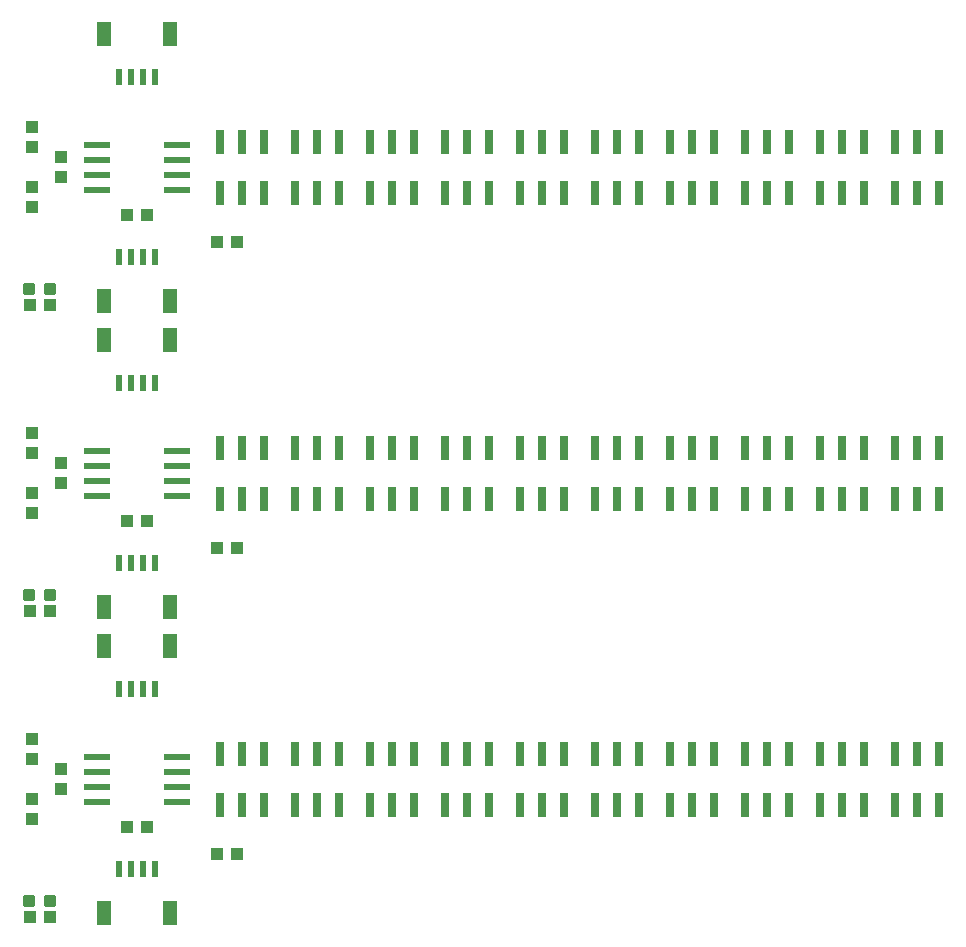
<source format=gtp>
G75*
%MOIN*%
%OFA0B0*%
%FSLAX25Y25*%
%IPPOS*%
%LPD*%
%AMOC8*
5,1,8,0,0,1.08239X$1,22.5*
%
%ADD10R,0.03937X0.04331*%
%ADD11R,0.04724X0.07874*%
%ADD12R,0.02362X0.05315*%
%ADD13R,0.04331X0.03937*%
%ADD14C,0.01181*%
%ADD15R,0.08700X0.02400*%
%ADD16R,0.02953X0.08169*%
D10*
X0058750Y0065404D03*
X0058750Y0072096D03*
X0068250Y0075404D03*
X0068250Y0082096D03*
X0058750Y0085404D03*
X0058750Y0092096D03*
X0058750Y0167404D03*
X0058750Y0174096D03*
X0068250Y0177404D03*
X0068250Y0184096D03*
X0058750Y0187404D03*
X0058750Y0194096D03*
X0058750Y0269404D03*
X0058750Y0276096D03*
X0068250Y0279404D03*
X0068250Y0286096D03*
X0058750Y0289404D03*
X0058750Y0296096D03*
D11*
X0082726Y0327219D03*
X0104774Y0327219D03*
X0104774Y0238281D03*
X0104774Y0225219D03*
X0082726Y0225219D03*
X0082726Y0238281D03*
X0082726Y0136281D03*
X0082726Y0123219D03*
X0104774Y0123219D03*
X0104774Y0136281D03*
X0104774Y0034281D03*
X0082726Y0034281D03*
D12*
X0087844Y0048750D03*
X0091781Y0048750D03*
X0095719Y0048750D03*
X0099656Y0048750D03*
X0099656Y0108750D03*
X0095719Y0108750D03*
X0091781Y0108750D03*
X0087844Y0108750D03*
X0087844Y0150750D03*
X0091781Y0150750D03*
X0095719Y0150750D03*
X0099656Y0150750D03*
X0099656Y0210750D03*
X0095719Y0210750D03*
X0091781Y0210750D03*
X0087844Y0210750D03*
X0087844Y0252750D03*
X0091781Y0252750D03*
X0095719Y0252750D03*
X0099656Y0252750D03*
X0099656Y0312750D03*
X0095719Y0312750D03*
X0091781Y0312750D03*
X0087844Y0312750D03*
D13*
X0057904Y0032750D03*
X0064596Y0032750D03*
X0090404Y0062750D03*
X0097096Y0062750D03*
X0120404Y0053750D03*
X0127096Y0053750D03*
X0064596Y0134750D03*
X0057904Y0134750D03*
X0090404Y0164750D03*
X0097096Y0164750D03*
X0120404Y0155750D03*
X0127096Y0155750D03*
X0064596Y0236750D03*
X0057904Y0236750D03*
X0090404Y0266750D03*
X0097096Y0266750D03*
X0120404Y0257750D03*
X0127096Y0257750D03*
D14*
X0063325Y0243628D02*
X0063325Y0240872D01*
X0063325Y0243628D02*
X0066081Y0243628D01*
X0066081Y0240872D01*
X0063325Y0240872D01*
X0063325Y0242052D02*
X0066081Y0242052D01*
X0066081Y0243232D02*
X0063325Y0243232D01*
X0056419Y0243628D02*
X0056419Y0240872D01*
X0056419Y0243628D02*
X0059175Y0243628D01*
X0059175Y0240872D01*
X0056419Y0240872D01*
X0056419Y0242052D02*
X0059175Y0242052D01*
X0059175Y0243232D02*
X0056419Y0243232D01*
X0056419Y0141628D02*
X0056419Y0138872D01*
X0056419Y0141628D02*
X0059175Y0141628D01*
X0059175Y0138872D01*
X0056419Y0138872D01*
X0056419Y0140052D02*
X0059175Y0140052D01*
X0059175Y0141232D02*
X0056419Y0141232D01*
X0063325Y0141628D02*
X0063325Y0138872D01*
X0063325Y0141628D02*
X0066081Y0141628D01*
X0066081Y0138872D01*
X0063325Y0138872D01*
X0063325Y0140052D02*
X0066081Y0140052D01*
X0066081Y0141232D02*
X0063325Y0141232D01*
X0063325Y0039628D02*
X0063325Y0036872D01*
X0063325Y0039628D02*
X0066081Y0039628D01*
X0066081Y0036872D01*
X0063325Y0036872D01*
X0063325Y0038052D02*
X0066081Y0038052D01*
X0066081Y0039232D02*
X0063325Y0039232D01*
X0056419Y0039628D02*
X0056419Y0036872D01*
X0056419Y0039628D02*
X0059175Y0039628D01*
X0059175Y0036872D01*
X0056419Y0036872D01*
X0056419Y0038052D02*
X0059175Y0038052D01*
X0059175Y0039232D02*
X0056419Y0039232D01*
D15*
X0080550Y0071250D03*
X0080550Y0076250D03*
X0080550Y0081250D03*
X0080550Y0086250D03*
X0107050Y0086250D03*
X0107050Y0081250D03*
X0107050Y0076250D03*
X0107050Y0071250D03*
X0107050Y0173250D03*
X0107050Y0178250D03*
X0107050Y0183250D03*
X0107050Y0188250D03*
X0080550Y0188250D03*
X0080550Y0183250D03*
X0080550Y0178250D03*
X0080550Y0173250D03*
X0080550Y0275250D03*
X0080550Y0280250D03*
X0080550Y0285250D03*
X0080550Y0290250D03*
X0107050Y0290250D03*
X0107050Y0285250D03*
X0107050Y0280250D03*
X0107050Y0275250D03*
D16*
X0121368Y0274236D03*
X0128750Y0274236D03*
X0136132Y0274236D03*
X0146368Y0274236D03*
X0153750Y0274236D03*
X0161132Y0274236D03*
X0171368Y0274236D03*
X0178750Y0274236D03*
X0186132Y0274236D03*
X0196368Y0274236D03*
X0203750Y0274236D03*
X0211132Y0274236D03*
X0221368Y0274236D03*
X0228750Y0274236D03*
X0236132Y0274236D03*
X0246368Y0274236D03*
X0253750Y0274236D03*
X0261132Y0274236D03*
X0271368Y0274236D03*
X0278750Y0274236D03*
X0286132Y0274236D03*
X0296368Y0274236D03*
X0303750Y0274236D03*
X0311132Y0274236D03*
X0321368Y0274236D03*
X0328750Y0274236D03*
X0336132Y0274236D03*
X0346368Y0274236D03*
X0353750Y0274236D03*
X0361132Y0274236D03*
X0361132Y0291264D03*
X0353750Y0291264D03*
X0346368Y0291264D03*
X0336132Y0291264D03*
X0328750Y0291264D03*
X0321368Y0291264D03*
X0311132Y0291264D03*
X0303750Y0291264D03*
X0296368Y0291264D03*
X0286132Y0291264D03*
X0278750Y0291264D03*
X0271368Y0291264D03*
X0261132Y0291264D03*
X0253750Y0291264D03*
X0246368Y0291264D03*
X0236132Y0291264D03*
X0228750Y0291264D03*
X0221368Y0291264D03*
X0211132Y0291264D03*
X0203750Y0291264D03*
X0196368Y0291264D03*
X0186132Y0291264D03*
X0178750Y0291264D03*
X0171368Y0291264D03*
X0161132Y0291264D03*
X0153750Y0291264D03*
X0146368Y0291264D03*
X0136132Y0291264D03*
X0128750Y0291264D03*
X0121368Y0291264D03*
X0121368Y0189264D03*
X0128750Y0189264D03*
X0136132Y0189264D03*
X0146368Y0189264D03*
X0153750Y0189264D03*
X0161132Y0189264D03*
X0171368Y0189264D03*
X0178750Y0189264D03*
X0186132Y0189264D03*
X0196368Y0189264D03*
X0203750Y0189264D03*
X0211132Y0189264D03*
X0221368Y0189264D03*
X0228750Y0189264D03*
X0236132Y0189264D03*
X0246368Y0189264D03*
X0253750Y0189264D03*
X0261132Y0189264D03*
X0271368Y0189264D03*
X0278750Y0189264D03*
X0286132Y0189264D03*
X0296368Y0189264D03*
X0303750Y0189264D03*
X0311132Y0189264D03*
X0321368Y0189264D03*
X0328750Y0189264D03*
X0336132Y0189264D03*
X0346368Y0189264D03*
X0353750Y0189264D03*
X0361132Y0189264D03*
X0361132Y0172236D03*
X0353750Y0172236D03*
X0346368Y0172236D03*
X0336132Y0172236D03*
X0328750Y0172236D03*
X0321368Y0172236D03*
X0311132Y0172236D03*
X0303750Y0172236D03*
X0296368Y0172236D03*
X0286132Y0172236D03*
X0278750Y0172236D03*
X0271368Y0172236D03*
X0261132Y0172236D03*
X0253750Y0172236D03*
X0246368Y0172236D03*
X0236132Y0172236D03*
X0228750Y0172236D03*
X0221368Y0172236D03*
X0211132Y0172236D03*
X0203750Y0172236D03*
X0196368Y0172236D03*
X0186132Y0172236D03*
X0178750Y0172236D03*
X0171368Y0172236D03*
X0161132Y0172236D03*
X0153750Y0172236D03*
X0146368Y0172236D03*
X0136132Y0172236D03*
X0128750Y0172236D03*
X0121368Y0172236D03*
X0121368Y0087264D03*
X0128750Y0087264D03*
X0136132Y0087264D03*
X0146368Y0087264D03*
X0153750Y0087264D03*
X0161132Y0087264D03*
X0171368Y0087264D03*
X0178750Y0087264D03*
X0186132Y0087264D03*
X0196368Y0087264D03*
X0203750Y0087264D03*
X0211132Y0087264D03*
X0221368Y0087264D03*
X0228750Y0087264D03*
X0236132Y0087264D03*
X0246368Y0087264D03*
X0253750Y0087264D03*
X0261132Y0087264D03*
X0271368Y0087264D03*
X0278750Y0087264D03*
X0286132Y0087264D03*
X0296368Y0087264D03*
X0303750Y0087264D03*
X0311132Y0087264D03*
X0321368Y0087264D03*
X0328750Y0087264D03*
X0336132Y0087264D03*
X0346368Y0087264D03*
X0353750Y0087264D03*
X0361132Y0087264D03*
X0361132Y0070236D03*
X0353750Y0070236D03*
X0346368Y0070236D03*
X0336132Y0070236D03*
X0328750Y0070236D03*
X0321368Y0070236D03*
X0311132Y0070236D03*
X0303750Y0070236D03*
X0296368Y0070236D03*
X0286132Y0070236D03*
X0278750Y0070236D03*
X0271368Y0070236D03*
X0261132Y0070236D03*
X0253750Y0070236D03*
X0246368Y0070236D03*
X0236132Y0070236D03*
X0228750Y0070236D03*
X0221368Y0070236D03*
X0211132Y0070236D03*
X0203750Y0070236D03*
X0196368Y0070236D03*
X0186132Y0070236D03*
X0178750Y0070236D03*
X0171368Y0070236D03*
X0161132Y0070236D03*
X0153750Y0070236D03*
X0146368Y0070236D03*
X0136132Y0070236D03*
X0128750Y0070236D03*
X0121368Y0070236D03*
M02*

</source>
